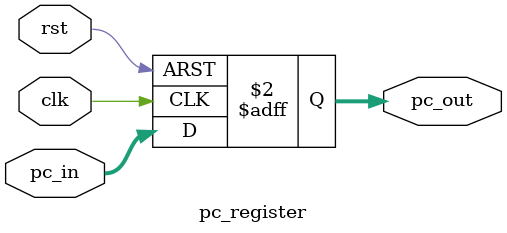
<source format=v>
module pc_register(
    input wire clk,
    input wire rst,
    input wire [31:0] pc_in,
    output reg [31:0] pc_out
);

always @(posedge clk or posedge rst) begin
    if (rst) begin
        pc_out <= 32'b0;
    end else begin
        pc_out <= pc_in;
    end
end

endmodule

</source>
